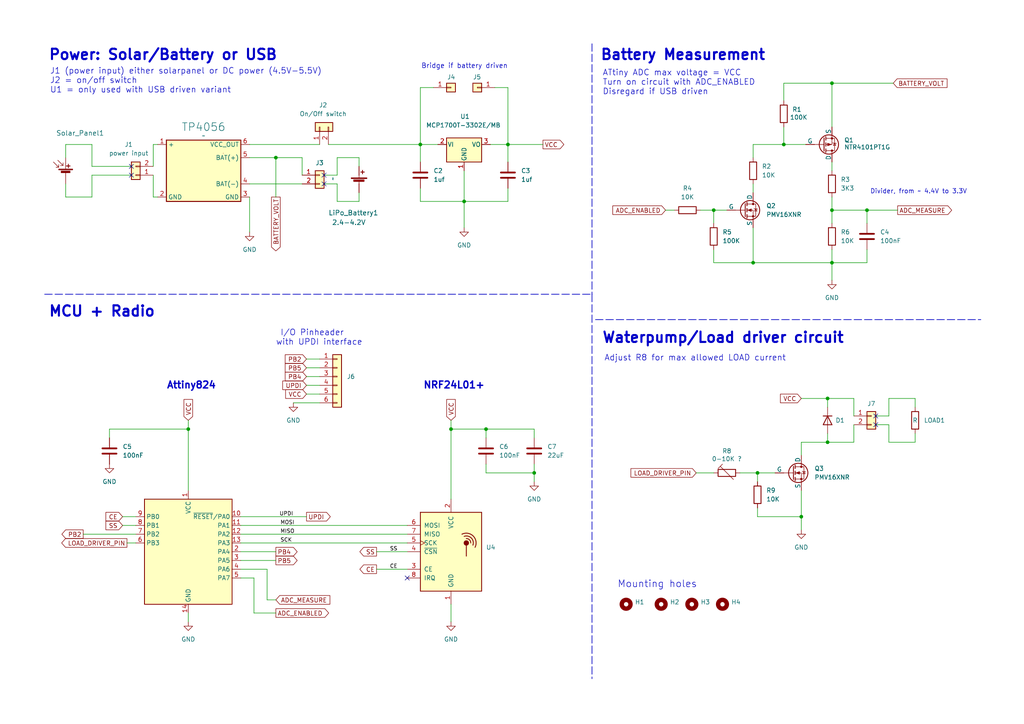
<source format=kicad_sch>
(kicad_sch (version 20231120) (generator "eeschema") (generator_version "8.0")
  (paper "A4")
  (title_block (title "Radio Node SMD") (date "2024-04-01") (rev "1.0"))
  (lib_symbols
    (symbol "Connector_Generic:Conn_01x01" (pin_names (offset 1.016) hide)
      (property "Reference" "J" (at 0 2.54 0))
      (property "Value" "Conn_01x01" (at 0 -2.54 0))
      (symbol "Conn_01x01_1_1"
        (rectangle (start -1.27 0.127) (end 0 -0.127) (stroke (width 0.1524)))
        (rectangle (start -1.27 1.27) (end 1.27 -1.27) (stroke (width 0.254)) (fill (type background)))
        (pin passive line (at -5.08 0 0) (length 3.81) (name "Pin_1") (number "1"))
      )
    )
    (symbol "Connector_Generic:Conn_01x02" (pin_names (offset 1.016) hide)
      (property "Reference" "J" (at 0 2.54 0))
      (property "Value" "Conn_01x02" (at 0 -5.08 0))
      (symbol "Conn_01x02_1_1"
        (rectangle (start -1.27 -2.413) (end 0 -2.667) (stroke (width 0.1524)))
        (rectangle (start -1.27 0.127) (end 0 -0.127) (stroke (width 0.1524)))
        (rectangle (start -1.27 1.27) (end 1.27 -3.81) (stroke (width 0.254)) (fill (type background)))
        (pin passive line (at -5.08 0 0) (length 3.81) (name "Pin_1") (number "1"))
        (pin passive line (at -5.08 -2.54 0) (length 3.81) (name "Pin_2") (number "2"))
      )
    )
    (symbol "Connector_Generic:Conn_01x06" (pin_names (offset 1.016) hide)
      (property "Reference" "J" (at 0 7.62 0))
      (property "Value" "Conn_01x06" (at 0 -10.16 0))
      (symbol "Conn_01x06_1_1"
        (rectangle (start -1.27 -7.493) (end 0 -7.747) (stroke (width 0.1524)))
        (rectangle (start -1.27 -4.953) (end 0 -5.207) (stroke (width 0.1524)))
        (rectangle (start -1.27 -2.413) (end 0 -2.667) (stroke (width 0.1524)))
        (rectangle (start -1.27 0.127) (end 0 -0.127) (stroke (width 0.1524)))
        (rectangle (start -1.27 2.667) (end 0 2.413) (stroke (width 0.1524)))
        (rectangle (start -1.27 5.207) (end 0 4.953) (stroke (width 0.1524)))
        (rectangle (start -1.27 6.35) (end 1.27 -8.89) (stroke (width 0.254)) (fill (type background)))
        (pin passive line (at -5.08 5.08 0) (length 3.81) (name "Pin_1") (number "1"))
        (pin passive line (at -5.08 2.54 0) (length 3.81) (name "Pin_2") (number "2"))
        (pin passive line (at -5.08 0 0) (length 3.81) (name "Pin_3") (number "3"))
        (pin passive line (at -5.08 -2.54 0) (length 3.81) (name "Pin_4") (number "4"))
        (pin passive line (at -5.08 -5.08 0) (length 3.81) (name "Pin_5") (number "5"))
        (pin passive line (at -5.08 -7.62 0) (length 3.81) (name "Pin_6") (number "6"))
      )
    )
    (symbol "Device:Battery_Cell" (pin_numbers hide) (pin_names (offset 0) hide)
      (property "Reference" "BT" (at 2.54 2.54 0))
      (property "Value" "Battery_Cell" (at 2.54 0 0))
      (symbol "Battery_Cell_0_1"
        (rectangle (start -2.286 1.778) (end 2.286 1.524) (fill (type outline)))
        (rectangle (start -1.5748 1.1938) (end 1.4732 0.6858) (fill (type outline)))
        (polyline (pts (xy 0 0.762) (xy 0 0)))
        (polyline (pts (xy 0 1.778) (xy 0 2.54)))
        (polyline (pts (xy 0.508 3.429) (xy 1.524 3.429)) (stroke (width 0.254)))
        (polyline (pts (xy 1.016 3.937) (xy 1.016 2.921)) (stroke (width 0.254)))
      )
      (symbol "Battery_Cell_1_1"
        (pin passive line (at 0 5.08 270) (length 2.54) (name "+") (number "1"))
        (pin passive line (at 0 -2.54 90) (length 2.54) (name "-") (number "2"))
      )
    )
    (symbol "Device:C" (pin_numbers hide) (pin_names (offset 0.254))
      (property "Reference" "C" (at 0.635 2.54 0))
      (property "Value" "C" (at 0.635 -2.54 0))
      (symbol "C_0_1"
        (polyline (pts (xy -2.032 -0.762) (xy 2.032 -0.762)) (stroke (width 0.508)))
        (polyline (pts (xy -2.032 0.762) (xy 2.032 0.762)) (stroke (width 0.508)))
      )
      (symbol "C_1_1"
        (pin passive line (at 0 3.81 270) (length 2.794) (name "~") (number "1"))
        (pin passive line (at 0 -3.81 90) (length 2.794) (name "~") (number "2"))
      )
    )
    (symbol "Device:D" (pin_numbers hide) (pin_names (offset 1.016) hide)
      (property "Reference" "D" (at 0 2.54 0))
      (property "Value" "D" (at 0 -2.54 0))
      (symbol "D_0_1"
        (polyline (pts (xy -1.27 1.27) (xy -1.27 -1.27)) (stroke (width 0.254)))
        (polyline (pts (xy 1.27 0) (xy -1.27 0)))
        (polyline (pts (xy 1.27 1.27) (xy 1.27 -1.27) (xy -1.27 0) (xy 1.27 1.27)) (stroke (width 0.254)))
      )
      (symbol "D_1_1"
        (pin passive line (at -3.81 0 0) (length 2.54) (name "K") (number "1"))
        (pin passive line (at 3.81 0 180) (length 2.54) (name "A") (number "2"))
      )
    )
    (symbol "Device:R" (pin_numbers hide) (pin_names (offset 0))
      (property "Reference" "R" (at 2.032 0 90))
      (property "Value" "R" (at 0 0 90))
      (symbol "R_0_1"
        (rectangle (start -1.016 -2.54) (end 1.016 2.54) (stroke (width 0.254)))
      )
      (symbol "R_1_1"
        (pin passive line (at 0 3.81 270) (length 1.27) (name "~") (number "1"))
        (pin passive line (at 0 -3.81 90) (length 1.27) (name "~") (number "2"))
      )
    )
    (symbol "Device:R_Trim" (pin_numbers hide) (pin_names (offset 0))
      (property "Reference" "R" (at 2.54 -2.54 90))
      (property "Value" "R_Trim" (at -2.54 -0.635 90))
      (symbol "R_Trim_0_1"
        (rectangle (start -1.016 -2.54) (end 1.016 2.54) (stroke (width 0.254)))
        (polyline (pts (xy -1.905 -1.905) (xy 1.905 1.905) (xy 2.54 1.27) (xy 1.27 2.54)))
      )
      (symbol "R_Trim_1_1"
        (pin passive line (at 0 3.81 270) (length 1.27) (name "~") (number "1"))
        (pin passive line (at 0 -3.81 90) (length 1.27) (name "~") (number "2"))
      )
    )
    (symbol "Device:Solar_Cell" (pin_numbers hide) (pin_names (offset 0) hide)
      (property "Reference" "SC" (at 2.54 2.54 0))
      (property "Value" "Solar_Cell" (at 2.54 0 0))
      (symbol "Solar_Cell_0_1"
        (rectangle (start -2.032 1.778) (end 2.032 1.524) (fill (type outline)))
        (rectangle (start -1.3208 1.1938) (end 1.27 0.6858) (fill (type outline)))
        (polyline (pts (xy -2.032 2.286) (xy -3.556 3.81)))
        (polyline (pts (xy -0.762 2.794) (xy -2.286 4.318)))
        (polyline (pts (xy 0 0.762) (xy 0 0)))
        (polyline (pts (xy 0 1.778) (xy 0 2.54)))
        (polyline (pts (xy 0.254 2.667) (xy 1.27 2.667)) (stroke (width 0.254)))
        (polyline (pts (xy 0.762 3.175) (xy 0.762 2.159)) (stroke (width 0.254)))
        (polyline (pts (xy -2.032 3.048) (xy -2.032 2.286) (xy -2.794 2.286)))
        (polyline (pts (xy -0.762 3.556) (xy -0.762 2.794) (xy -1.524 2.794)))
      )
      (symbol "Solar_Cell_1_1"
        (pin passive line (at 0 5.08 270) (length 2.54) (name "+") (number "1"))
        (pin passive line (at 0 -2.54 90) (length 2.54) (name "-") (number "2"))
      )
    )
    (symbol "MCU_Microchip_ATtiny:ATtiny824-SS"
      (property "Reference" "U" (at -12.7 16.51 0))
      (property "Value" "ATtiny824-SS" (at 2.54 -16.51 0))
      (symbol "ATtiny824-SS_0_1"
        (rectangle (start -12.7 -15.24) (end 12.7 15.24) (stroke (width 0.254)) (fill (type background)))
      )
      (symbol "ATtiny824-SS_1_1"
        (pin power_in line (at 0 17.78 270) (length 2.54) (name "VCC") (number "1"))
        (pin bidirectional line (at 15.24 10.16 180) (length 2.54) (name "~{RESET}/PA0") (number "10"))
        (pin bidirectional line (at 15.24 7.62 180) (length 2.54) (name "PA1") (number "11"))
        (pin bidirectional line (at 15.24 5.08 180) (length 2.54) (name "PA2") (number "12"))
        (pin bidirectional line (at 15.24 2.54 180) (length 2.54) (name "PA3") (number "13"))
        (pin power_in line (at 0 -17.78 90) (length 2.54) (name "GND") (number "14"))
        (pin bidirectional line (at 15.24 0 180) (length 2.54) (name "PA4") (number "2"))
        (pin bidirectional line (at 15.24 -2.54 180) (length 2.54) (name "PA5") (number "3"))
        (pin bidirectional line (at 15.24 -5.08 180) (length 2.54) (name "PA6") (number "4"))
        (pin bidirectional line (at 15.24 -7.62 180) (length 2.54) (name "PA7") (number "5"))
        (pin bidirectional line (at -15.24 2.54 0) (length 2.54) (name "PB3") (number "6"))
        (pin bidirectional line (at -15.24 5.08 0) (length 2.54) (name "PB2") (number "7"))
        (pin bidirectional line (at -15.24 7.62 0) (length 2.54) (name "PB1") (number "8"))
        (pin bidirectional line (at -15.24 10.16 0) (length 2.54) (name "PB0") (number "9"))
      )
    )
    (symbol "Mechanical:MountingHole" (pin_names (offset 1.016))
      (property "Reference" "H" (at 0 5.08 0))
      (property "Value" "MountingHole" (at 0 3.175 0))
      (symbol "MountingHole_0_1"
        (circle (center 0 0) (radius 1.27) (stroke (width 1.27)))
      )
    )
    (symbol "NYA:TP4056"
      (property "Reference" "TP4056" (at 4.445 12.7 0))
      (property "Value" "~" (at 4.445 10.16 0))
      (symbol "TP4056_0_1"
        (rectangle (start 10.16 5.08) (end 10.16 5.08))
      )
      (symbol "TP4056_1_1"
        (rectangle (start -6.35 8.89) (end 15.24 -8.89) (stroke (width 0.3)) (fill (type background)))
        (pin bidirectional line (at -8.89 7.62 0) (length 2.54) (name "+") (number "1"))
        (pin bidirectional line (at -8.89 -7.62 0) (length 2.54) (name "GND") (number "2"))
        (pin bidirectional line (at 17.78 -7.62 180) (length 2.54) (name "GND") (number "3"))
        (pin bidirectional line (at 17.78 -3.81 180) (length 2.54) (name "BAT(-)") (number "4"))
        (pin power_out line (at 17.78 3.81 180) (length 2.54) (name "BAT(+)") (number "5"))
        (pin power_out line (at 17.78 7.62 180) (length 2.54) (name "VCC_OUT") (number "6"))
      )
    )
    (symbol "RF:NRF24L01_Breakout" (pin_names (offset 1.016))
      (property "Reference" "U" (at -8.89 12.7 0))
      (property "Value" "NRF24L01_Breakout" (at 3.81 12.7 0))
      (symbol "NRF24L01_Breakout_0_1"
        (rectangle (start -8.89 11.43) (end 8.89 -11.43) (stroke (width 0.254)) (fill (type background)))
        (polyline (pts (xy 4.445 1.905) (xy 4.445 -1.27)) (stroke (width 0.254)))
        (circle (center 4.445 2.54) (radius 0.635) (stroke (width 0.254)) (fill (type outline)))
        (arc (start 5.715 2.54) (mid 5.3521 3.4546) (end 4.445 3.81) (stroke (width 0.254)))
        (arc (start 6.35 1.905) (mid 5.8763 3.9854) (end 3.81 4.445) (stroke (width 0.254)))
        (arc (start 6.985 1.27) (mid 6.453 4.548) (end 3.175 5.08) (stroke (width 0.254)))
      )
      (symbol "NRF24L01_Breakout_1_1"
        (pin power_in line (at 0 -15.24 90) (length 3.81) (name "GND") (number "1"))
        (pin power_in line (at 0 15.24 270) (length 3.81) (name "VCC") (number "2"))
        (pin input line (at -12.7 -5.08 0) (length 3.81) (name "CE") (number "3"))
        (pin input line (at -12.7 0 0) (length 3.81) (name "~{CSN}") (number "4"))
        (pin input clock (at -12.7 2.54 0) (length 3.81) (name "SCK") (number "5"))
        (pin input line (at -12.7 7.62 0) (length 3.81) (name "MOSI") (number "6"))
        (pin output line (at -12.7 5.08 0) (length 3.81) (name "MISO") (number "7"))
        (pin output line (at -12.7 -7.62 0) (length 3.81) (name "IRQ") (number "8"))
      )
    )
    (symbol "Regulator_Linear:MCP1700x-330xxTO" (pin_names (offset 0.254))
      (property "Reference" "U" (at -3.81 -3.175 0))
      (property "Value" "MCP1700x-330xxTO" (at 0 -3.175 0))
      (symbol "MCP1700x-330xxTO_0_1"
        (rectangle (start -5.08 5.08) (end 5.08 -1.905) (stroke (width 0.254)) (fill (type background)))
      )
      (symbol "MCP1700x-330xxTO_1_1"
        (pin power_in line (at 0 7.62 270) (length 2.54) (name "GND") (number "1"))
        (pin power_in line (at -7.62 0 0) (length 2.54) (name "VI") (number "2"))
        (pin power_out line (at 7.62 0 180) (length 2.54) (name "VO") (number "3"))
      )
    )
    (symbol "Simulation_SPICE:NMOS" (pin_numbers hide) (pin_names (offset 0))
      (property "Reference" "Q" (at 5.08 1.27 0))
      (property "Value" "NMOS" (at 5.08 -1.27 0))
      (symbol "NMOS_0_1"
        (polyline (pts (xy 0.254 0) (xy -2.54 0)))
        (polyline (pts (xy 0.254 1.905) (xy 0.254 -1.905)) (stroke (width 0.254)))
        (polyline (pts (xy 0.762 -1.27) (xy 0.762 -2.286)) (stroke (width 0.254)))
        (polyline (pts (xy 0.762 0.508) (xy 0.762 -0.508)) (stroke (width 0.254)))
        (polyline (pts (xy 0.762 2.286) (xy 0.762 1.27)) (stroke (width 0.254)))
        (polyline (pts (xy 2.54 2.54) (xy 2.54 1.778)))
        (polyline (pts (xy 2.54 -2.54) (xy 2.54 0) (xy 0.762 0)))
        (polyline (pts (xy 0.762 -1.778) (xy 3.302 -1.778) (xy 3.302 1.778) (xy 0.762 1.778)))
        (polyline (pts (xy 1.016 0) (xy 2.032 0.381) (xy 2.032 -0.381) (xy 1.016 0)) (fill (type outline)))
        (polyline (pts (xy 2.794 0.508) (xy 2.921 0.381) (xy 3.683 0.381) (xy 3.81 0.254)))
        (polyline (pts (xy 3.302 0.381) (xy 2.921 -0.254) (xy 3.683 -0.254) (xy 3.302 0.381)))
        (circle (center 1.651 0) (radius 2.794) (stroke (width 0.254)))
        (circle (center 2.54 -1.778) (radius 0.254) (fill (type outline)))
        (circle (center 2.54 1.778) (radius 0.254) (fill (type outline)))
      )
      (symbol "NMOS_1_1"
        (pin passive line (at 2.54 5.08 270) (length 2.54) (name "D") (number "1"))
        (pin input line (at -5.08 0 0) (length 2.54) (name "G") (number "2"))
        (pin passive line (at 2.54 -5.08 90) (length 2.54) (name "S") (number "3"))
      )
    )
    (symbol "Simulation_SPICE:PMOS" (pin_numbers hide) (pin_names (offset 0))
      (property "Reference" "Q" (at 5.08 1.27 0))
      (property "Value" "PMOS" (at 5.08 -1.27 0))
      (symbol "PMOS_0_1"
        (polyline (pts (xy 0.254 0) (xy -2.54 0)))
        (polyline (pts (xy 0.254 1.905) (xy 0.254 -1.905)) (stroke (width 0.254)))
        (polyline (pts (xy 0.762 -1.27) (xy 0.762 -2.286)) (stroke (width 0.254)))
        (polyline (pts (xy 0.762 0.508) (xy 0.762 -0.508)) (stroke (width 0.254)))
        (polyline (pts (xy 0.762 2.286) (xy 0.762 1.27)) (stroke (width 0.254)))
        (polyline (pts (xy 2.54 2.54) (xy 2.54 1.778)))
        (polyline (pts (xy 2.54 -2.54) (xy 2.54 0) (xy 0.762 0)))
        (polyline (pts (xy 0.762 1.778) (xy 3.302 1.778) (xy 3.302 -1.778) (xy 0.762 -1.778)))
        (polyline (pts (xy 2.286 0) (xy 1.27 0.381) (xy 1.27 -0.381) (xy 2.286 0)) (fill (type outline)))
        (polyline (pts (xy 2.794 -0.508) (xy 2.921 -0.381) (xy 3.683 -0.381) (xy 3.81 -0.254)))
        (polyline (pts (xy 3.302 -0.381) (xy 2.921 0.254) (xy 3.683 0.254) (xy 3.302 -0.381)))
        (circle (center 1.651 0) (radius 2.794) (stroke (width 0.254)))
        (circle (center 2.54 -1.778) (radius 0.254) (fill (type outline)))
        (circle (center 2.54 1.778) (radius 0.254) (fill (type outline)))
      )
      (symbol "PMOS_1_1"
        (pin passive line (at 2.54 5.08 270) (length 2.54) (name "D") (number "1"))
        (pin input line (at -5.08 0 0) (length 2.54) (name "G") (number "2"))
        (pin passive line (at 2.54 -5.08 90) (length 2.54) (name "S") (number "3"))
      )
    )
    (symbol "power:GND" (power) (pin_names (offset 0))
      (property "Value" "GND" (at 0 -3.81 0))
      (symbol "GND_0_1"
        (polyline (pts (xy 0 0) (xy 0 -1.27) (xy 1.27 -1.27) (xy 0 -2.54) (xy -1.27 -1.27) (xy 0 -1.27)))
      )
      (symbol "GND_1_1"
        (pin power_in line (at 0 0 270) (length 0) hide (name "GND") (number "1"))
      )
    )
  )
  (junction (at 240.03 115.57))
  (junction (at 219.71 137.16))
  (junction (at 80.01 45.72))
  (junction (at 218.44 76.2))
  (junction (at 251.46 60.96))
  (junction (at 54.61 124.46))
  (junction (at 130.81 124.46))
  (junction (at 232.41 149.86))
  (junction (at 134.62 58.42))
  (junction (at 241.3 76.2))
  (junction (at 147.32 41.91))
  (junction (at 140.97 124.46))
  (junction (at 241.3 60.96))
  (junction (at 240.03 128.27))
  (junction (at 154.94 137.16))
  (junction (at 121.92 41.91))
  (junction (at 227.33 41.91))
  (junction (at 241.3 24.13))
  (junction (at 207.01 60.96))
  (no_connect (at 118.11 167.64))
  (no_connect (at 38.1 50.8))
  (no_connect (at 254 123.19))
  (no_connect (at 93.98 53.34))
  (no_connect (at 38.1 48.26))
  (no_connect (at 93.98 50.8))
  (no_connect (at 254 120.65))
  (wire (pts (xy 147.32 41.91) (xy 147.32 25.4)))
  (wire (pts (xy 69.85 167.64) (xy 73.66 167.64)))
  (wire (pts (xy 227.33 41.91) (xy 233.68 41.91)))
  (wire (pts (xy 154.94 137.16) (xy 154.94 139.7)))
  (wire (pts (xy 232.41 128.27) (xy 232.41 132.08)))
  (wire (pts (xy 54.61 124.46) (xy 54.61 142.24)))
  (wire (pts (xy 257.81 120.65) (xy 257.81 115.57)))
  (wire (pts (xy 73.66 177.8) (xy 80.01 177.8)))
  (wire (pts (xy 218.44 41.91) (xy 227.33 41.91)))
  (wire (pts (xy 45.72 57.15) (xy 44.45 57.15)))
  (wire (pts (xy 193.04 60.96) (xy 195.58 60.96)))
  (wire (pts (xy 19.05 41.91) (xy 26.67 41.91)))
  (wire (pts (xy 218.44 53.34) (xy 218.44 55.88)))
  (wire (pts (xy 121.92 25.4) (xy 121.92 41.91)))
  (polyline (pts (xy 12.954 85.344) (xy 171.704 85.344)) (stroke (width 0.2) (type dash)))
  (wire (pts (xy 227.33 36.83) (xy 227.33 41.91)))
  (wire (pts (xy 130.81 124.46) (xy 130.81 144.78)))
  (wire (pts (xy 31.75 127) (xy 31.75 124.46)))
  (wire (pts (xy 247.65 115.57) (xy 240.03 115.57)))
  (wire (pts (xy 219.71 137.16) (xy 214.63 137.16)))
  (wire (pts (xy 251.46 60.96) (xy 260.35 60.96)))
  (wire (pts (xy 130.81 124.46) (xy 140.97 124.46)))
  (wire (pts (xy 80.01 45.72) (xy 80.01 57.15)))
  (wire (pts (xy 45.72 41.91) (xy 44.45 41.91)))
  (wire (pts (xy 35.56 152.4) (xy 39.37 152.4)))
  (wire (pts (xy 80.01 45.72) (xy 87.63 45.72)))
  (wire (pts (xy 77.47 173.99) (xy 80.01 173.99)))
  (wire (pts (xy 147.32 25.4) (xy 143.51 25.4)))
  (wire (pts (xy 207.01 72.39) (xy 207.01 76.2)))
  (wire (pts (xy 219.71 137.16) (xy 219.71 139.7)))
  (wire (pts (xy 26.67 48.26) (xy 26.67 41.91)))
  (wire (pts (xy 26.67 48.26) (xy 38.1 48.26)))
  (wire (pts (xy 147.32 41.91) (xy 157.48 41.91)))
  (wire (pts (xy 219.71 147.32) (xy 219.71 149.86)))
  (wire (pts (xy 142.24 41.91) (xy 147.32 41.91)))
  (wire (pts (xy 241.3 76.2) (xy 241.3 81.28)))
  (wire (pts (xy 93.98 50.8) (xy 97.79 50.8)))
  (wire (pts (xy 134.62 58.42) (xy 121.92 58.42)))
  (polyline (pts (xy 172.72 92.71) (xy 284.48 92.71)) (stroke (width 0.2) (type dash)))
  (wire (pts (xy 227.33 24.13) (xy 241.3 24.13)))
  (wire (pts (xy 147.32 54.61) (xy 147.32 58.42)))
  (wire (pts (xy 72.39 53.34) (xy 87.63 53.34)))
  (wire (pts (xy 44.45 57.15) (xy 44.45 50.8)))
  (wire (pts (xy 93.98 53.34) (xy 97.79 53.34)))
  (polyline (pts (xy 171.704 12.7) (xy 171.704 85.344)) (stroke (width 0.2) (type dash)))
  (wire (pts (xy 140.97 124.46) (xy 140.97 127)))
  (wire (pts (xy 147.32 41.91) (xy 147.32 46.99)))
  (wire (pts (xy 232.41 128.27) (xy 240.03 128.27)))
  (wire (pts (xy 251.46 64.77) (xy 251.46 60.96)))
  (wire (pts (xy 104.14 58.42) (xy 104.14 55.88)))
  (wire (pts (xy 104.14 45.72) (xy 104.14 48.26)))
  (wire (pts (xy 207.01 60.96) (xy 210.82 60.96)))
  (wire (pts (xy 130.81 180.34) (xy 130.81 175.26)))
  (wire (pts (xy 247.65 120.65) (xy 247.65 115.57)))
  (wire (pts (xy 241.3 60.96) (xy 241.3 64.77)))
  (wire (pts (xy 134.62 58.42) (xy 134.62 66.04)))
  (wire (pts (xy 26.67 50.8) (xy 38.1 50.8)))
  (wire (pts (xy 69.85 149.86) (xy 88.9 149.86)))
  (wire (pts (xy 69.85 154.94) (xy 118.11 154.94)))
  (wire (pts (xy 69.85 157.48) (xy 118.11 157.48)))
  (wire (pts (xy 265.43 125.73) (xy 265.43 128.27)))
  (wire (pts (xy 218.44 66.04) (xy 218.44 76.2)))
  (wire (pts (xy 257.81 115.57) (xy 265.43 115.57)))
  (wire (pts (xy 88.9 111.76) (xy 92.71 111.76)))
  (wire (pts (xy 147.32 58.42) (xy 134.62 58.42)))
  (wire (pts (xy 73.66 167.64) (xy 73.66 177.8)))
  (wire (pts (xy 251.46 76.2) (xy 241.3 76.2)))
  (wire (pts (xy 140.97 134.62) (xy 140.97 137.16)))
  (wire (pts (xy 72.39 57.15) (xy 72.39 67.31)))
  (wire (pts (xy 241.3 24.13) (xy 241.3 36.83)))
  (wire (pts (xy 69.85 152.4) (xy 118.11 152.4)))
  (wire (pts (xy 254 120.65) (xy 257.81 120.65)))
  (wire (pts (xy 219.71 149.86) (xy 232.41 149.86)))
  (wire (pts (xy 134.62 49.53) (xy 134.62 58.42)))
  (wire (pts (xy 232.41 142.24) (xy 232.41 149.86)))
  (wire (pts (xy 257.81 123.19) (xy 257.81 128.27)))
  (wire (pts (xy 69.85 160.02) (xy 80.01 160.02)))
  (wire (pts (xy 241.3 72.39) (xy 241.3 76.2)))
  (wire (pts (xy 69.85 162.56) (xy 80.01 162.56)))
  (wire (pts (xy 203.2 60.96) (xy 207.01 60.96)))
  (wire (pts (xy 88.9 114.3) (xy 92.71 114.3)))
  (wire (pts (xy 241.3 46.99) (xy 241.3 49.53)))
  (wire (pts (xy 97.79 58.42) (xy 97.79 53.34)))
  (wire (pts (xy 227.33 24.13) (xy 227.33 29.21)))
  (wire (pts (xy 19.05 57.15) (xy 26.67 57.15)))
  (wire (pts (xy 104.14 58.42) (xy 97.79 58.42)))
  (wire (pts (xy 201.93 137.16) (xy 207.01 137.16)))
  (wire (pts (xy 109.22 160.02) (xy 118.11 160.02)))
  (wire (pts (xy 154.94 134.62) (xy 154.94 137.16)))
  (wire (pts (xy 247.65 123.19) (xy 247.65 128.27)))
  (wire (pts (xy 265.43 115.57) (xy 265.43 118.11)))
  (wire (pts (xy 88.9 106.68) (xy 92.71 106.68)))
  (wire (pts (xy 232.41 149.86) (xy 232.41 153.67)))
  (wire (pts (xy 19.05 53.34) (xy 19.05 57.15)))
  (wire (pts (xy 241.3 57.15) (xy 241.3 60.96)))
  (wire (pts (xy 77.47 165.1) (xy 77.47 173.99)))
  (wire (pts (xy 125.73 25.4) (xy 121.92 25.4)))
  (wire (pts (xy 54.61 121.92) (xy 54.61 124.46)))
  (wire (pts (xy 24.13 154.94) (xy 39.37 154.94)))
  (wire (pts (xy 207.01 60.96) (xy 207.01 64.77)))
  (wire (pts (xy 92.71 116.84) (xy 85.09 116.84)))
  (wire (pts (xy 140.97 137.16) (xy 154.94 137.16)))
  (wire (pts (xy 218.44 45.72) (xy 218.44 41.91)))
  (wire (pts (xy 154.94 124.46) (xy 154.94 127)))
  (wire (pts (xy 130.81 121.92) (xy 130.81 124.46)))
  (wire (pts (xy 241.3 24.13) (xy 259.08 24.13)))
  (wire (pts (xy 69.85 165.1) (xy 77.47 165.1)))
  (wire (pts (xy 247.65 128.27) (xy 240.03 128.27)))
  (wire (pts (xy 251.46 72.39) (xy 251.46 76.2)))
  (wire (pts (xy 241.3 60.96) (xy 251.46 60.96)))
  (wire (pts (xy 97.79 45.72) (xy 104.14 45.72)))
  (wire (pts (xy 31.75 124.46) (xy 54.61 124.46)))
  (wire (pts (xy 254 123.19) (xy 257.81 123.19)))
  (wire (pts (xy 72.39 41.91) (xy 92.71 41.91)))
  (wire (pts (xy 219.71 137.16) (xy 224.79 137.16)))
  (wire (pts (xy 109.22 165.1) (xy 118.11 165.1)))
  (wire (pts (xy 72.39 45.72) (xy 80.01 45.72)))
  (wire (pts (xy 35.56 149.86) (xy 39.37 149.86)))
  (wire (pts (xy 88.9 104.14) (xy 92.71 104.14)))
  (wire (pts (xy 44.45 41.91) (xy 44.45 48.26)))
  (wire (pts (xy 257.81 128.27) (xy 265.43 128.27)))
  (wire (pts (xy 121.92 41.91) (xy 121.92 46.99)))
  (polyline (pts (xy 171.704 85.344) (xy 171.704 196.85)) (stroke (width 0.2) (type dash)))
  (wire (pts (xy 240.03 115.57) (xy 240.03 118.11)))
  (wire (pts (xy 140.97 124.46) (xy 154.94 124.46)))
  (wire (pts (xy 36.83 157.48) (xy 39.37 157.48)))
  (wire (pts (xy 95.25 41.91) (xy 121.92 41.91)))
  (wire (pts (xy 87.63 45.72) (xy 87.63 50.8)))
  (wire (pts (xy 88.9 109.22) (xy 92.71 109.22)))
  (wire (pts (xy 19.05 41.91) (xy 19.05 45.72)))
  (wire (pts (xy 218.44 76.2) (xy 241.3 76.2)))
  (wire (pts (xy 240.03 128.27) (xy 240.03 125.73)))
  (wire (pts (xy 97.79 50.8) (xy 97.79 45.72)))
  (wire (pts (xy 26.67 50.8) (xy 26.67 57.15)))
  (wire (pts (xy 207.01 76.2) (xy 218.44 76.2)))
  (wire (pts (xy 121.92 54.61) (xy 121.92 58.42)))
  (wire (pts (xy 121.92 41.91) (xy 127 41.91)))
  (wire (pts (xy 54.61 177.8) (xy 54.61 180.34)))
  (wire (pts (xy 232.41 115.57) (xy 240.03 115.57)))
  (text "Power: Solar/Battery or USB\n" (at 13.97 17.78 0) (effects (font (size 3 3) (thickness 0.6) (bold yes)) (justify left bottom)))
  (text "Battery Measurement\n" (at 173.99 17.78 0) (effects (font (size 3 3) (thickness 0.6) (bold yes)) (justify left bottom)))
  (text "MCU + Radio\n" (at 13.97 92.202 0) (effects (font (size 3 3) (bold yes)) (justify left bottom)))
  (text "Mounting holes" (at 179.07 170.688 0) (effects (font (size 2 2)) (justify left bottom)))
  (text "Waterpump/Load driver circuit\n" (at 174.498 99.822 0) (effects (font (size 3 3) (bold yes)) (justify left bottom)))
  (text "J1 (power input) either solarpanel or DC power (4.5V-5.5V)\nJ2 = on/off switch\nU1 = only used with USB driven variant" (at 14.478 27.178 0) (effects (font (size 1.7 1.7)) (justify left bottom)))
  (text "Adjust R8 for max allowed LOAD current " (at 175.26 104.902 0) (effects (font (size 1.7 1.7)) (justify left bottom)))
  (text "Attiny824" (at 48.26 113.03 0) (effects (font (size 2 2) (bold yes)) (justify left bottom)))
  (text "Bridge if battery driven" (at 122.174 20.066 0) (effects (font (size 1.4 1.4)) (justify left bottom)))
  (text "ATtiny ADC max voltage = VCC\nTurn on circuit with ADC_ENABLED\nDisregard if USB driven\n" (at 174.752 27.686 0) (effects (font (size 1.7 1.7)) (justify left bottom)))
  (text "NRF24L01+" (at 122.682 113.03 0) (effects (font (size 2 2) (bold yes)) (justify left bottom)))
  (text " I/O Pinheader\nwith UPDI interface" (at 80.01 100.33 0) (effects (font (size 1.7 1.7)) (justify left bottom)))
  (text "Divider, from ~ 4.4V to 3.3V" (at 266.446 55.626 0) (effects (font (size 1.3 1.3))))
  (label "SS" (at 113.03 160.02 0) (effects (font (size 1.1 1.1))))
  (label "CE" (at 113.03 165.1 0) (effects (font (size 1.1 1.1))))
  (label "MISO" (at 81.28 154.94 0) (effects (font (size 1.1 1.1))))
  (label "UPDI" (at 85.09 149.86 180) (effects (font (size 1.1 1.1))))
  (label "MOSI" (at 81.28 152.4 0) (effects (font (size 1.1 1.1))))
  (label "SCK" (at 81.28 157.48 0) (effects (font (size 1.1 1.1))))
  (global_label "PB2" (shape input) (at 88.9 104.14 180) (property "Intersheetrefs" "${INTERSHEET_REFS}" (effects (hide yes))))
  (global_label "PB5" (shape input) (at 88.9 106.68 180) (property "Intersheetrefs" "${INTERSHEET_REFS}" (effects (hide yes))))
  (global_label "VCC" (shape output) (at 157.48 41.91 0) (property "Intersheetrefs" "${INTERSHEET_REFS}" (effects (hide yes))))
  (global_label "SS" (shape output) (at 109.22 160.02 180) (property "Intersheetrefs" "${INTERSHEET_REFS}" (effects (hide yes))))
  (global_label "VCC" (shape input) (at 232.41 115.57 180) (property "Intersheetrefs" "${INTERSHEET_REFS}" (effects (hide yes))))
  (global_label "ADC_MEASURE" (shape output) (at 260.35 60.96 0) (property "Intersheetrefs" "${INTERSHEET_REFS}" (effects (hide yes))))
  (global_label "LOAD_DRIVER_PIN" (shape input) (at 201.93 137.16 180) (property "Intersheetrefs" "${INTERSHEET_REFS}" (effects (hide yes))))
  (global_label "UPDI" (shape output) (at 88.9 149.86 0) (property "Intersheetrefs" "${INTERSHEET_REFS}" (effects (hide yes))))
  (global_label "VCC" (shape input) (at 54.61 121.92 90) (property "Intersheetrefs" "${INTERSHEET_REFS}" (effects (hide yes))))
  (global_label "LOAD_DRIVER_PIN" (shape output) (at 36.83 157.48 180) (property "Intersheetrefs" "${INTERSHEET_REFS}" (effects (hide yes))))
  (global_label "ADC_ENABLED" (shape output) (at 80.01 177.8 0) (property "Intersheetrefs" "${INTERSHEET_REFS}" (effects (hide yes))))
  (global_label "VCC" (shape input) (at 130.81 121.92 90) (property "Intersheetrefs" "${INTERSHEET_REFS}" (effects (hide yes))))
  (global_label "BATTERY_VOLT" (shape output) (at 80.01 57.15 270) (property "Intersheetrefs" "BAT_V" (effects (hide yes))))
  (global_label "VCC" (shape input) (at 88.9 114.3 180) (property "Intersheetrefs" "${INTERSHEET_REFS}" (effects (hide yes))))
  (global_label "SS" (shape input) (at 35.56 152.4 180) (property "Intersheetrefs" "${INTERSHEET_REFS}" (effects (hide yes))))
  (global_label "CE" (shape output) (at 109.22 165.1 180) (property "Intersheetrefs" "${INTERSHEET_REFS}" (effects (hide yes))))
  (global_label "BATTERY_VOLT" (shape input) (at 259.08 24.13 0) (property "Intersheetrefs" "BAT_V" (effects (hide yes))))
  (global_label "ADC_MEASURE" (shape input) (at 80.01 173.99 0) (property "Intersheetrefs" "${INTERSHEET_REFS}" (effects (hide yes))))
  (global_label "UPDI" (shape input) (at 88.9 111.76 180) (property "Intersheetrefs" "${INTERSHEET_REFS}" (effects (hide yes))))
  (global_label "PB5" (shape output) (at 80.01 162.56 0) (property "Intersheetrefs" "${INTERSHEET_REFS}" (effects (hide yes))))
  (global_label "PB4" (shape input) (at 88.9 109.22 180) (property "Intersheetrefs" "${INTERSHEET_REFS}" (effects (hide yes))))
  (global_label "PB4" (shape output) (at 80.01 160.02 0) (property "Intersheetrefs" "${INTERSHEET_REFS}" (effects (hide yes))))
  (global_label "PB2" (shape output) (at 24.13 154.94 180) (property "Intersheetrefs" "${INTERSHEET_REFS}" (effects (hide yes))))
  (global_label "ADC_ENABLED" (shape input) (at 193.04 60.96 180) (property "Intersheetrefs" "${INTERSHEET_REFS}" (effects (hide yes))))
  (global_label "CE" (shape input) (at 35.56 149.86 180) (property "Intersheetrefs" "${INTERSHEET_REFS}" (effects (hide yes))))
  (symbol (lib_id "power:GND") (at 85.09 116.84 0) (unit 1)
    (property "Reference" "#PWR013" (effects (hide yes)))
    (property "Value" "GND" (at 85.09 121.92 0))
  )
  (symbol (lib_id "Device:R") (at 219.71 143.51 0) (unit 1)
    (property "Reference" "R9" (at 222.25 142.2399 0) (effects (justify left)))
    (property "Value" "10K" (at 222.25 144.7799 0) (effects (justify left)))
    (property "Footprint" "Resistor_SMD:R_0805_2012Metric_Pad1.20x1.40mm_HandSolder" (effects (hide yes)))
    (property "Datasheet" "https://www.mouser.se/datasheet/2/315/AOA0000C307-1149632.pdf" (effects (hide yes)))
  )
  (symbol (lib_id "power:GND") (at 154.94 139.7 0) (unit 1)
    (property "Reference" "#PWR014" (effects (hide yes)))
    (property "Value" "GND" (at 154.94 144.78 0))
  )
  (symbol (lib_id "Device:R") (at 199.39 60.96 90) (unit 1)
    (property "Reference" "R4" (at 199.39 54.61 90))
    (property "Value" "10K" (at 199.39 57.15 90))
    (property "Footprint" "Resistor_SMD:R_0805_2012Metric_Pad1.20x1.40mm_HandSolder" (effects (hide yes)))
    (property "Datasheet" "https://www.mouser.se/datasheet/2/315/AOA0000C307-1149632.pdf" (effects (hide yes)))
  )
  (symbol (lib_id "Regulator_Linear:MCP1700x-330xxTO") (at 134.62 41.91 0) (mirror x) (unit 1)
    (property "Reference" "U1" (at 134.874 33.782 0))
    (property "Value" "MCP1700T-3302E/MB " (at 134.874 36.322 0))
    (property "Footprint" "Package_TO_SOT_SMD:SOT-89-3" (effects (hide yes)))
    (property "Datasheet" "https://www.mouser.se/datasheet/2/268/MCP1700_Data_Sheet_20001826F-737536.pdf" (effects (hide yes)))
  )
  (symbol (lib_id "Device:C") (at 140.97 130.81 0) (unit 1)
    (property "Reference" "C6" (at 144.78 129.5399 0) (effects (justify left)))
    (property "Value" "100nF" (at 144.78 132.0799 0) (effects (justify left)))
    (property "Footprint" "Capacitor_Tantalum_SMD:CP_EIA-2012-15_AVX-P_Pad1.30x1.05mm_HandSolder" (effects (hide yes)))
    (property "Datasheet" "https://www.mouser.se/datasheet/2/447/KEM_C1002_X7R_SMD-3316098.pdf" (effects (hide yes)))
  )
  (symbol (lib_id "Connector_Generic:Conn_01x01") (at 130.81 25.4 0) (unit 1)
    (property "Reference" "J4" (at 132.08 22.352 0) (effects (justify right)))
    (property "Value" "Conn_01x01" (effects (hide yes)))
    (property "Footprint" "Connector_PinHeader_2.54mm:PinHeader_1x01_P2.54mm_Vertical" (effects (hide yes)))
    (property "Description" "Generic connector, single row, 01x01, script generated (kicad-library-utils/schlib/autogen/connector/)" (effects (hide yes)))
  )
  (symbol (lib_id "Connector_Generic:Conn_01x02") (at 252.73 120.65 0) (unit 1)
    (property "Reference" "J7" (at 252.73 117.094 0))
    (property "Value" "On/Off switch" (effects (hide yes)))
    (property "Footprint" "Connector_PinHeader_2.54mm:PinHeader_1x02_P2.54mm_Vertical" (effects (hide yes)))
    (property "Description" "Generic connector, single row, 01x02, script generated (kicad-library-utils/schlib/autogen/connector/)" (effects (hide yes)))
  )
  (symbol (lib_id "Connector_Generic:Conn_01x02") (at 39.37 50.8 180) (unit 1)
    (property "Reference" "J1" (at 37.338 41.91 0))
    (property "Value" "power input" (at 37.338 44.45 0))
    (property "Footprint" "Connector_PinHeader_2.54mm:PinHeader_1x02_P2.54mm_Vertical" (effects (hide yes)))
    (property "Description" "Generic connector, single row, 01x02, script generated (kicad-library-utils/schlib/autogen/connector/)" (effects (hide yes)))
  )
  (symbol (lib_id "power:GND") (at 130.81 180.34 0) (unit 1)
    (property "Reference" "#PWR08" (effects (hide yes)))
    (property "Value" "GND" (at 130.81 185.42 0))
  )
  (symbol (lib_id "power:GND") (at 31.75 134.62 0) (unit 1)
    (property "Reference" "#PWR012" (effects (hide yes)))
    (property "Value" "GND" (at 31.75 139.7 0))
  )
  (symbol (lib_id "Simulation_SPICE:PMOS") (at 238.76 41.91 0) (mirror x) (unit 1)
    (property "Reference" "Q1" (at 244.856 40.6399 0) (effects (justify left)))
    (property "Value" "NTR4101PT1G " (at 244.856 42.672 0) (effects (justify left)))
    (property "Footprint" "Package_TO_SOT_SMD:SOT-23_Handsoldering" (effects (hide yes)))
    (property "Datasheet" "https://www.mouser.se/datasheet/2/308/1/NTR4101P_D-2319187.pdf" (effects (hide yes)))
    (property "Description" "P-MOSFET transistor, drain/source/gate" (effects (hide yes)))
  )
  (symbol (lib_id "Connector_Generic:Conn_01x02") (at 92.71 36.83 90) (unit 1)
    (property "Reference" "J2" (at 93.726 30.48 90))
    (property "Value" "On/Off switch" (at 93.726 33.02 90))
    (property "Footprint" "Connector_PinHeader_2.54mm:PinHeader_1x02_P2.54mm_Vertical" (effects (hide yes)))
    (property "Description" "Generic connector, single row, 01x02, script generated (kicad-library-utils/schlib/autogen/connector/)" (effects (hide yes)))
  )
  (symbol (lib_id "power:GND") (at 134.62 66.04 0) (unit 1)
    (property "Reference" "#PWR03" (effects (hide yes)))
    (property "Value" "GND" (at 134.62 71.12 0))
  )
  (symbol (lib_id "Device:D") (at 240.03 121.92 270) (unit 1)
    (property "Reference" "D1" (at 242.316 121.92 90) (effects (justify left)))
    (property "Value" "D" (effects (hide yes)))
    (property "Footprint" "Diode_SMD:D_SOD-123F" (effects (hide yes)))
    (property "Datasheet" "https://www.mouser.se/datasheet/2/80/CGRKM4001_HF_Thru__CGRKM4007_HF_RevH-3083814.pdf" (effects (hide yes)))
    (property "Description" "CGRKM4005-HF " (effects (hide yes)))
    (property "Sim.Device" "D" (effects (hide yes)))
    (property "Sim.Pins" "1=K 2=A" (effects (hide yes)))
  )
  (symbol (lib_id "NYA:TP4056") (at 54.61 49.53 0) (unit 1)
    (property "Reference" "TP4056" (at 59.055 36.83 0) (effects (font (size 2.27 2.27))))
    (property "Value" "~" (at 59.055 39.37 0))
    (property "Footprint" "TP4045:TP4056-18650" (effects (hide yes)))
  )
  (symbol (lib_id "Device:Battery_Cell") (at 104.14 53.34 0) (unit 1) (exclude_from_sim yes) (in_bom no) (on_board no)
    (property "Reference" "LiPo_Battery1" (at 95.25 61.722 0) (effects (font (size 1.4 1.4)) (justify left)))
    (property "Value" "2.4-4.2V" (at 96.266 64.516 0) (effects (font (size 1.4 1.4)) (justify left)))
  )
  (symbol (lib_id "Mechanical:MountingHole") (at 200.66 175.26 0) (unit 1) (exclude_from_sim yes) (in_bom no) (on_board no)
    (property "Reference" "H3" (at 203.2 174.625 0) (effects (justify left)))
    (property "Value" "MountingHole" (effects (hide yes)))
    (property "Footprint" "MountingHole:MountingHole_2.5mm" (effects (hide yes)))
  )
  (symbol (lib_id "Device:R") (at 265.43 121.92 0) (unit 1) (exclude_from_sim yes) (in_bom no) (on_board no)
    (property "Reference" "LOAD1" (at 267.97 121.9199 0) (effects (justify left)))
    (property "Value" "R" (at 264.668 121.92 0) (effects (justify left)))
    (property "Description" "Resistor" (effects (hide yes)))
  )
  (symbol (lib_id "Device:Solar_Cell") (at 19.05 50.8 0) (unit 1) (exclude_from_sim yes) (in_bom no) (on_board no)
    (property "Reference" "Solar_Panel1" (at 16.256 38.608 0) (effects (font (size 1.4 1.4)) (justify left)))
    (property "Value" "Max 5.5V output" (effects (hide yes)))
  )
  (symbol (lib_id "Device:R_Trim") (at 210.82 137.16 90) (unit 1)
    (property "Reference" "R8" (at 210.82 130.81 90))
    (property "Value" "0-10K ?" (at 210.82 133.096 90))
    (property "Footprint" "Resistor_THT:R_Axial_DIN0207_L6.3mm_D2.5mm_P7.62mm_Horizontal" (effects (hide yes)))
  )
  (symbol (lib_id "MCU_Microchip_ATtiny:ATtiny824-SS") (at 54.61 160.02 0) (unit 1)
    (property "Reference" "U2" (effects (hide yes)))
    (property "Value" "ATtiny84A-P" (effects (hide yes)))
    (property "Footprint" "Package_SO:SOIC-14_3.9x8.7mm_P1.27mm" (effects (hide yes)))
    (property "Datasheet" "https://ww1.microchip.com/downloads/en/DeviceDoc/ATtiny424-426-427-824-826-827-DataSheet-DS40002311A.pdf" (effects (hide yes)))
    (property "Description" "20MHz, 8kB Flash, 1kB SRAM, 128B EEPROM, SOIC-14" (effects (hide yes)))
    (property "save" "Package_DIP:DIP-14_W7.62mm" (effects (hide yes)))
  )
  (symbol (lib_id "Connector_Generic:Conn_01x02") (at 92.71 50.8 0) (unit 1)
    (property "Reference" "J3" (at 92.71 47.244 0))
    (property "Value" "~" (at 96.52 51.816 90))
    (property "Footprint" "Connector_PinHeader_2.54mm:PinHeader_1x02_P2.54mm_Vertical" (effects (hide yes)))
    (property "Description" "Generic connector, single row, 01x02, script generated (kicad-library-utils/schlib/autogen/connector/)" (effects (hide yes)))
  )
  (symbol (lib_id "Device:R") (at 227.33 33.02 0) (unit 1)
    (property "Reference" "R1" (at 231.14 31.75 0))
    (property "Value" "100K" (at 231.648 34.036 0))
    (property "Footprint" "Resistor_SMD:R_0805_2012Metric_Pad1.20x1.40mm_HandSolder" (effects (hide yes)))
    (property "Datasheet" "https://www.mouser.se/datasheet/2/315/AOA0000C307-1149632.pdf" (effects (hide yes)))
    (property "Description" "ERA-6AEB104V " (effects (hide yes)))
  )
  (symbol (lib_id "Simulation_SPICE:NMOS") (at 215.9 60.96 0) (unit 1)
    (property "Reference" "Q2" (at 222.25 59.6899 0) (effects (justify left)))
    (property "Value" "PMV16XNR " (at 222.25 62.2299 0) (effects (justify left)))
    (property "Footprint" "Package_TO_SOT_SMD:SOT-23_Handsoldering" (effects (hide yes)))
    (property "Datasheet" "https://www.mouser.se/datasheet/2/916/PMV16XN-1525749.pdf" (effects (hide yes)))
    (property "Description" "N-MOSFET transistor, drain/source/gate" (effects (hide yes)))
    (property "Sim.Device" "NMOS" (effects (hide yes)))
    (property "Sim.Type" "VDMOS" (effects (hide yes)))
    (property "Sim.Pins" "1=D 2=G 3=S" (effects (hide yes)))
  )
  (symbol (lib_id "RF:NRF24L01_Breakout") (at 130.81 160.02 0) (unit 1)
    (property "Reference" "U4" (at 140.97 158.7499 0) (effects (justify left)))
    (property "Value" "NRF24L01_Breakout" (effects (hide yes)))
    (property "Footprint" "RF_Module:nRF24L01_Breakout" (effects (hide yes)))
    (property "Datasheet" "http://www.nordicsemi.com/eng/content/download/2730/34105/file/nRF24L01_Product_Specification_v2_0.pdf" (effects (hide yes)))
    (property "Description" "Ultra low power 2.4GHz RF Transceiver, Carrier PCB" (effects (hide yes)))
  )
  (symbol (lib_id "Mechanical:MountingHole") (at 209.55 175.26 0) (unit 1) (exclude_from_sim yes) (in_bom no) (on_board no)
    (property "Reference" "H4" (at 212.09 174.625 0) (effects (justify left)))
    (property "Value" "MountingHole" (effects (hide yes)))
    (property "Footprint" "MountingHole:MountingHole_2.5mm" (effects (hide yes)))
  )
  (symbol (lib_id "Device:C") (at 154.94 130.81 0) (unit 1)
    (property "Reference" "C7" (at 158.75 129.5399 0) (effects (justify left)))
    (property "Value" "22uF" (at 158.75 132.0799 0) (effects (justify left)))
    (property "Footprint" "Capacitor_SMD:C_1210_3225Metric_Pad1.33x2.70mm_HandSolder" (effects (hide yes)))
    (property "Datasheet" "https://www.mouser.se/datasheet/2/585/MLCC-1837944.pdf" (effects (hide yes)))
    (property "Description" "CL32B106KAJNNNE" (effects (hide yes)))
  )
  (symbol (lib_id "Simulation_SPICE:NMOS") (at 229.87 137.16 0) (unit 1)
    (property "Reference" "Q3" (at 236.22 135.8899 0) (effects (justify left)))
    (property "Value" "PMV16XNR " (at 236.22 138.4299 0) (effects (justify left)))
    (property "Footprint" "Package_TO_SOT_SMD:SOT-23_Handsoldering" (effects (hide yes)))
    (property "Datasheet" "https://www.mouser.se/datasheet/2/916/PMV16XN-1525749.pdf" (effects (hide yes)))
    (property "Description" "N-MOSFET transistor, drain/source/gate" (effects (hide yes)))
  )
  (symbol (lib_id "power:GND") (at 54.61 180.34 0) (unit 1)
    (property "Reference" "#PWR05" (effects (hide yes)))
    (property "Value" "GND" (at 54.61 185.42 0))
  )
  (symbol (lib_id "Device:C") (at 147.32 50.8 0) (unit 1)
    (property "Reference" "C3" (at 151.13 49.5299 0) (effects (justify left)))
    (property "Value" "1uf" (at 151.13 52.0699 0) (effects (justify left)))
    (property "Footprint" "Capacitor_Tantalum_SMD:CP_EIA-2012-15_AVX-P_Pad1.30x1.05mm_HandSolder" (effects (hide yes)))
    (property "Datasheet" "https://www.mouser.se/datasheet/2/447/KEM_C1002_X7R_SMD-3316098.pdf" (effects (hide yes)))
    (property "Description" "C0805C105K8RACTU" (effects (hide yes)))
  )
  (symbol (lib_id "power:GND") (at 241.3 81.28 0) (unit 1)
    (property "Reference" "#PWR01" (effects (hide yes)))
    (property "Value" "GND" (at 241.3 86.36 0))
  )
  (symbol (lib_id "power:GND") (at 232.41 153.67 0) (unit 1)
    (property "Reference" "#PWR06" (effects (hide yes)))
    (property "Value" "GND" (at 232.41 158.75 0))
  )
  (symbol (lib_id "Connector_Generic:Conn_01x06") (at 97.79 109.22 0) (unit 1)
    (property "Reference" "J6" (at 100.584 109.22 0) (effects (justify left)))
    (property "Value" "Conn_01x06" (effects (hide yes)))
    (property "Footprint" "Connector_PinHeader_2.54mm:PinHeader_1x06_P2.54mm_Vertical" (effects (hide yes)))
  )
  (symbol (lib_id "Mechanical:MountingHole") (at 181.61 175.26 0) (unit 1) (exclude_from_sim yes) (in_bom no) (on_board no)
    (property "Reference" "H1" (at 184.15 174.625 0) (effects (justify left)))
    (property "Value" "MountingHole" (effects (hide yes)))
    (property "Footprint" "MountingHole:MountingHole_2.5mm" (effects (hide yes)))
  )
  (symbol (lib_id "power:GND") (at 72.39 67.31 0) (unit 1)
    (property "Reference" "#PWR02" (effects (hide yes)))
    (property "Value" "GND" (at 72.39 72.39 0))
  )
  (symbol (lib_id "Device:R") (at 241.3 68.58 0) (unit 1)
    (property "Reference" "R6" (at 243.84 67.3099 0) (effects (justify left)))
    (property "Value" "10K" (at 243.84 69.8499 0) (effects (justify left)))
    (property "Footprint" "Resistor_SMD:R_0805_2012Metric_Pad1.20x1.40mm_HandSolder" (effects (hide yes)))
    (property "Datasheet" "https://www.mouser.se/datasheet/2/315/AOA0000C307-1149632.pdf" (effects (hide yes)))
  )
  (symbol (lib_id "Device:C") (at 31.75 130.81 0) (unit 1)
    (property "Reference" "C5" (at 35.56 129.5399 0) (effects (justify left)))
    (property "Value" "100nF" (at 35.56 132.0799 0) (effects (justify left)))
    (property "Footprint" "Capacitor_Tantalum_SMD:CP_EIA-2012-15_AVX-P_Pad1.30x1.05mm_HandSolder" (effects (hide yes)))
    (property "Datasheet" "https://www.mouser.se/datasheet/2/447/KEM_C1002_X7R_SMD-3316098.pdf" (effects (hide yes)))
  )
  (symbol (lib_id "Device:R") (at 241.3 53.34 0) (unit 1)
    (property "Reference" "R3" (at 243.84 52.0699 0) (effects (justify left)))
    (property "Value" "3K3" (at 243.84 54.6099 0) (effects (justify left)))
    (property "Footprint" "Resistor_SMD:R_0805_2012Metric_Pad1.20x1.40mm_HandSolder" (effects (hide yes)))
    (property "Datasheet" "https://www.mouser.se/datasheet/2/315/AOA0000C307-1149632.pdf" (effects (hide yes)))
  )
  (symbol (lib_id "Mechanical:MountingHole") (at 191.77 175.26 0) (unit 1) (exclude_from_sim yes) (in_bom no) (on_board no)
    (property "Reference" "H2" (at 194.31 174.625 0) (effects (justify left)))
    (property "Value" "MountingHole" (effects (hide yes)))
    (property "Footprint" "MountingHole:MountingHole_2.5mm" (effects (hide yes)))
  )
  (symbol (lib_id "Device:C") (at 121.92 50.8 0) (unit 1)
    (property "Reference" "C2" (at 125.73 49.5299 0) (effects (justify left)))
    (property "Value" "1uf" (at 125.73 52.0699 0) (effects (justify left)))
    (property "Footprint" "Capacitor_Tantalum_SMD:CP_EIA-2012-15_AVX-P_Pad1.30x1.05mm_HandSolder" (effects (hide yes)))
    (property "Datasheet" "https://www.mouser.se/datasheet/2/447/KEM_C1002_X7R_SMD-3316098.pdf" (effects (hide yes)))
    (property "Description" "C0805C105K8RACTU" (effects (hide yes)))
  )
  (symbol (lib_id "Device:C") (at 251.46 68.58 0) (unit 1)
    (property "Reference" "C4" (at 255.27 67.3099 0) (effects (justify left)))
    (property "Value" "100nF" (at 255.27 69.8499 0) (effects (justify left)))
    (property "Footprint" "Capacitor_Tantalum_SMD:CP_EIA-2012-15_AVX-P_Pad1.30x1.05mm_HandSolder" (effects (hide yes)))
    (property "Datasheet" "https://www.mouser.se/datasheet/2/447/KEM_C1002_X7R_SMD-3316098.pdf" (effects (hide yes)))
  )
  (symbol (lib_id "Connector_Generic:Conn_01x01") (at 138.43 25.4 180) (unit 1)
    (property "Reference" "J5" (at 137.16 22.352 0) (effects (justify right)))
    (property "Value" "Conn_01x01" (effects (hide yes)))
    (property "Footprint" "Connector_PinHeader_2.54mm:PinHeader_1x01_P2.54mm_Vertical" (effects (hide yes)))
    (property "Description" "Generic connector, single row, 01x01, script generated (kicad-library-utils/schlib/autogen/connector/)" (effects (hide yes)))
  )
  (symbol (lib_id "Device:R") (at 207.01 68.58 0) (unit 1)
    (property "Reference" "R5" (at 209.55 67.3099 0) (effects (justify left)))
    (property "Value" "100K" (at 209.55 69.8499 0) (effects (justify left)))
    (property "Footprint" "Resistor_SMD:R_0805_2012Metric_Pad1.20x1.40mm_HandSolder" (effects (hide yes)))
    (property "Datasheet" "https://www.mouser.se/datasheet/2/315/AOA0000C307-1149632.pdf" (effects (hide yes)))
    (property "Description" "ERA-6AEB104V " (effects (hide yes)))
  )
  (symbol (lib_id "Device:R") (at 218.44 49.53 0) (unit 1)
    (property "Reference" "R2" (at 220.98 48.2599 0) (effects (justify left)))
    (property "Value" "10K" (at 220.98 50.7999 0) (effects (justify left)))
    (property "Footprint" "Resistor_SMD:R_0805_2012Metric_Pad1.20x1.40mm_HandSolder" (effects (hide yes)))
    (property "Datasheet" "https://www.mouser.se/datasheet/2/315/AOA0000C307-1149632.pdf" (effects (hide yes)))
  )
)
</source>
